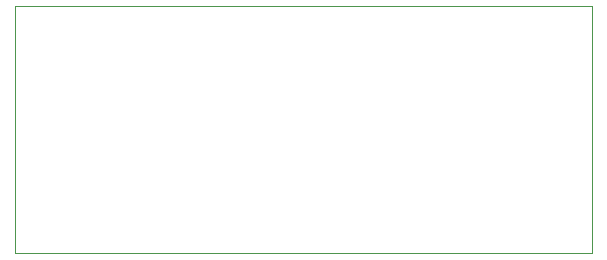
<source format=gbr>
%TF.GenerationSoftware,KiCad,Pcbnew,(5.1.6)-1*%
%TF.CreationDate,2020-11-12T12:57:51-08:00*%
%TF.ProjectId,frontendfullv2,66726f6e-7465-46e6-9466-756c6c76322e,rev?*%
%TF.SameCoordinates,Original*%
%TF.FileFunction,Profile,NP*%
%FSLAX46Y46*%
G04 Gerber Fmt 4.6, Leading zero omitted, Abs format (unit mm)*
G04 Created by KiCad (PCBNEW (5.1.6)-1) date 2020-11-12 12:57:51*
%MOMM*%
%LPD*%
G01*
G04 APERTURE LIST*
%TA.AperFunction,Profile*%
%ADD10C,0.050000*%
%TD*%
G04 APERTURE END LIST*
D10*
X110998000Y-133350000D02*
X114300000Y-133350000D01*
X110998000Y-112395000D02*
X114300000Y-112395000D01*
X110998000Y-133350000D02*
X107315000Y-133350000D01*
X114300000Y-112395000D02*
X114300000Y-133350000D01*
X107315000Y-112395000D02*
X110998000Y-112395000D01*
X65405000Y-112395000D02*
X65405000Y-133350000D01*
X107315000Y-112395000D02*
X65405000Y-112395000D01*
X65405000Y-133350000D02*
X107315000Y-133350000D01*
M02*

</source>
